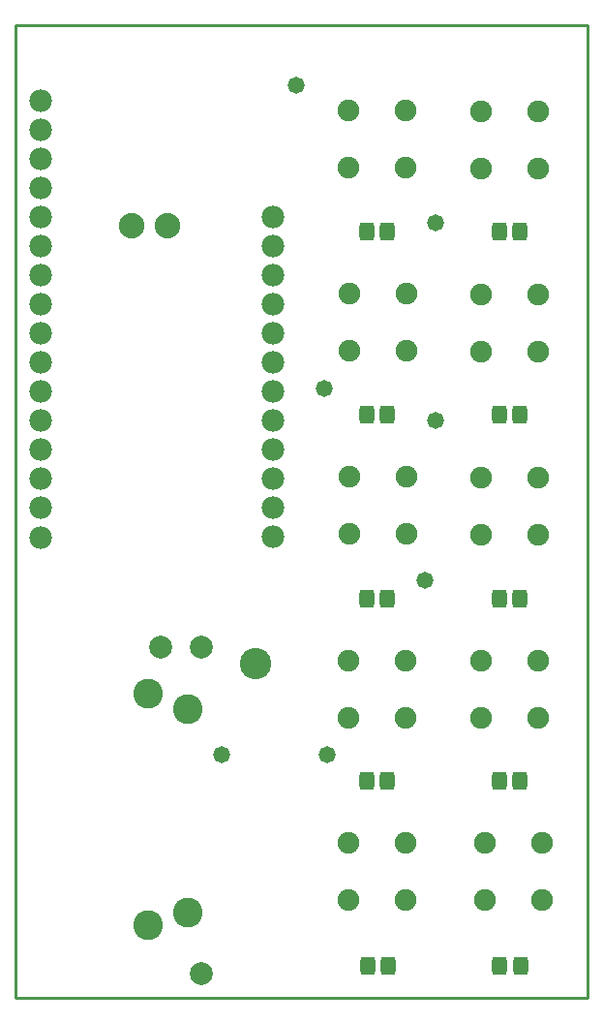
<source format=gts>
G04*
G04 #@! TF.GenerationSoftware,Altium Limited,Altium Designer,19.1.8 (144)*
G04*
G04 Layer_Color=8388736*
%FSLAX25Y25*%
%MOIN*%
G70*
G01*
G75*
%ADD10C,0.01000*%
G04:AMPARAMS|DCode=15|XSize=63mil|YSize=51mil|CornerRadius=11.96mil|HoleSize=0mil|Usage=FLASHONLY|Rotation=270.000|XOffset=0mil|YOffset=0mil|HoleType=Round|Shape=RoundedRectangle|*
%AMROUNDEDRECTD15*
21,1,0.06300,0.02709,0,0,270.0*
21,1,0.03909,0.05100,0,0,270.0*
1,1,0.02391,-0.01355,-0.01955*
1,1,0.02391,-0.01355,0.01955*
1,1,0.02391,0.01355,0.01955*
1,1,0.02391,0.01355,-0.01955*
%
%ADD15ROUNDEDRECTD15*%
%ADD16C,0.07493*%
%ADD17C,0.08800*%
%ADD18C,0.10249*%
%ADD19C,0.07887*%
%ADD20C,0.07800*%
%ADD21C,0.05800*%
%ADD22C,0.10800*%
D10*
X393701Y393701D02*
Y728346D01*
X590551D01*
Y393701D02*
Y728346D01*
X393701Y393701D02*
X590551D01*
D15*
X514560Y657480D02*
D03*
X521660D02*
D03*
X522054Y404724D02*
D03*
X514954D02*
D03*
X560236Y657480D02*
D03*
X567336D02*
D03*
X560236Y594488D02*
D03*
X567336D02*
D03*
X560236Y531103D02*
D03*
X567336D02*
D03*
X560236Y468504D02*
D03*
X567336D02*
D03*
X560321Y404724D02*
D03*
X567421D02*
D03*
X514560Y468504D02*
D03*
X521660D02*
D03*
X514560Y594488D02*
D03*
X521660D02*
D03*
X514560Y531103D02*
D03*
X521660D02*
D03*
D16*
X553937Y698951D02*
D03*
Y679266D02*
D03*
X573622Y698951D02*
D03*
Y679266D02*
D03*
X508366Y699016D02*
D03*
Y679331D02*
D03*
X528051Y699016D02*
D03*
Y679331D02*
D03*
X553937Y635959D02*
D03*
Y616274D02*
D03*
X573622Y635959D02*
D03*
Y616274D02*
D03*
X508563Y636024D02*
D03*
Y616338D02*
D03*
X528248Y636024D02*
D03*
Y616338D02*
D03*
X553937Y572967D02*
D03*
Y553282D02*
D03*
X573622Y572967D02*
D03*
Y553282D02*
D03*
X508465Y573032D02*
D03*
Y553346D02*
D03*
X528150Y573032D02*
D03*
Y553346D02*
D03*
X553937Y509680D02*
D03*
Y489994D02*
D03*
X573622Y509680D02*
D03*
Y489994D02*
D03*
X508366Y509744D02*
D03*
Y490059D02*
D03*
X528051Y509744D02*
D03*
Y490059D02*
D03*
X527953Y427559D02*
D03*
Y447244D02*
D03*
X508268Y427559D02*
D03*
Y447244D02*
D03*
X574803Y427494D02*
D03*
Y447180D02*
D03*
X555118Y427494D02*
D03*
Y447180D02*
D03*
D17*
X433465Y659449D02*
D03*
X446063D02*
D03*
D18*
X452953Y423228D02*
D03*
X439173Y418898D02*
D03*
Y498425D02*
D03*
X452953Y493307D02*
D03*
D19*
X457480Y514370D02*
D03*
X443701D02*
D03*
X457481Y402166D02*
D03*
D20*
X482362Y552323D02*
D03*
Y562323D02*
D03*
Y572323D02*
D03*
Y582323D02*
D03*
Y592323D02*
D03*
Y602323D02*
D03*
Y612323D02*
D03*
Y622323D02*
D03*
Y632323D02*
D03*
Y642323D02*
D03*
Y652323D02*
D03*
Y662323D02*
D03*
X402362Y702323D02*
D03*
Y692323D02*
D03*
Y682323D02*
D03*
Y672323D02*
D03*
Y662323D02*
D03*
Y652323D02*
D03*
Y642323D02*
D03*
Y632323D02*
D03*
Y622323D02*
D03*
Y612323D02*
D03*
Y602323D02*
D03*
Y592323D02*
D03*
Y582323D02*
D03*
Y572323D02*
D03*
Y562323D02*
D03*
Y552224D02*
D03*
D21*
X538386Y660433D02*
D03*
X500000Y603346D02*
D03*
X538386Y592520D02*
D03*
X534449Y537402D02*
D03*
X500984Y477362D02*
D03*
X464567D02*
D03*
X490158Y707677D02*
D03*
D22*
X476378Y508858D02*
D03*
M02*

</source>
